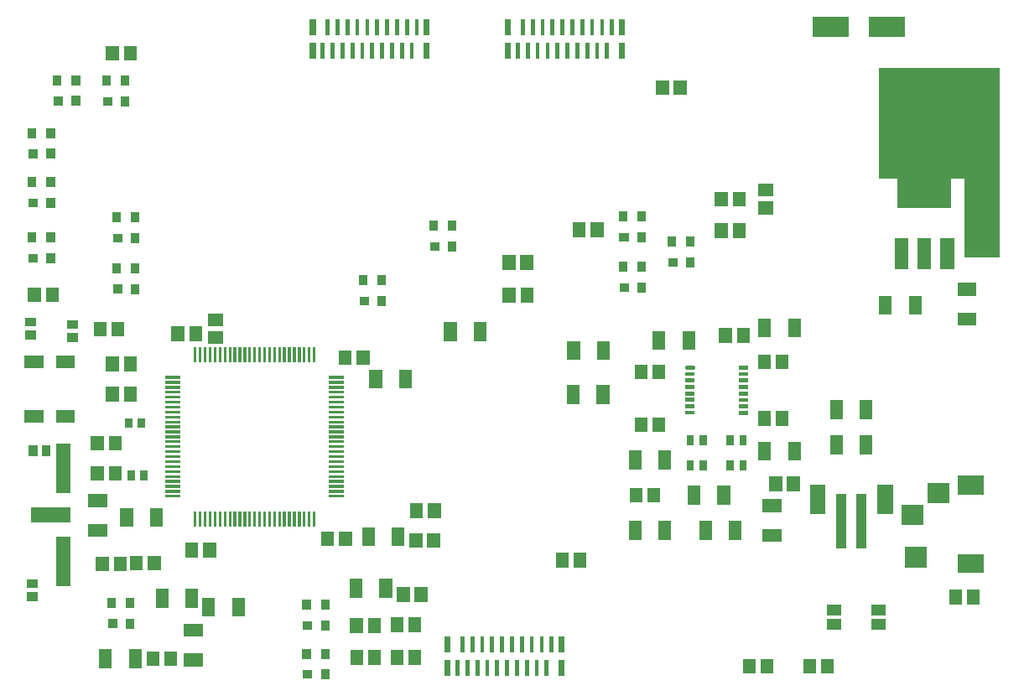
<source format=gbr>
G04 start of page 13 for group -4015 idx -4015 *
G04 Title: (unknown), toppaste *
G04 Creator: pcb 20110918 *
G04 CreationDate: Fri Feb 21 23:26:39 2014 UTC *
G04 For: fosse *
G04 Format: Gerber/RS-274X *
G04 PCB-Dimensions: 550000 350000 *
G04 PCB-Coordinate-Origin: lower left *
%MOIN*%
%FSLAX25Y25*%
%LNTOPPASTE*%
%ADD246R,0.4400X0.4400*%
%ADD245R,0.1400X0.1400*%
%ADD244R,0.0748X0.0748*%
%ADD243R,0.0827X0.0827*%
%ADD242R,0.1220X0.1220*%
%ADD241R,0.0560X0.0560*%
%ADD240R,0.0394X0.0394*%
%ADD239R,0.0630X0.0630*%
%ADD238R,0.0807X0.0807*%
%ADD237R,0.0433X0.0433*%
%ADD236R,0.0433X0.0433*%
%ADD235R,0.0236X0.0236*%
%ADD234R,0.0157X0.0157*%
%ADD233R,0.0158X0.0158*%
%ADD232R,0.0110X0.0110*%
%ADD231R,0.0591X0.0591*%
%ADD230R,0.0590X0.0590*%
%ADD229R,0.0345X0.0345*%
%ADD228R,0.0340X0.0340*%
%ADD227R,0.0295X0.0295*%
%ADD226R,0.0160X0.0160*%
%ADD225C,0.0160*%
%ADD224R,0.0512X0.0512*%
G54D224*X180190Y65181D02*Y62819D01*
X192000Y65181D02*Y62819D01*
X198957Y61893D02*Y61107D01*
X206043Y61893D02*Y61107D01*
X203957Y83393D02*Y82607D01*
X211043Y83393D02*Y82607D01*
X360457Y33393D02*Y32607D01*
X367543Y33393D02*Y32607D01*
X336457Y33393D02*Y32607D01*
X343543Y33393D02*Y32607D01*
X204257Y95193D02*Y94407D01*
X211343Y95193D02*Y94407D01*
X262157Y75493D02*Y74707D01*
X269243Y75493D02*Y74707D01*
X217690Y167181D02*Y164819D01*
X229500Y167181D02*Y164819D01*
X266690Y159681D02*Y157319D01*
X278500Y159681D02*Y157319D01*
X266500Y142181D02*Y139819D01*
X278310Y142181D02*Y139819D01*
X344319Y96905D02*X346681D01*
X344319Y85095D02*X346681D01*
X291095Y88181D02*Y85819D01*
X302905Y88181D02*Y85819D01*
X319095Y88181D02*Y85819D01*
X330905Y88181D02*Y85819D01*
X314500Y102181D02*Y99819D01*
X326310Y102181D02*Y99819D01*
X291457Y101393D02*Y100607D01*
X298543Y101393D02*Y100607D01*
X300595Y163681D02*Y161319D01*
X312405Y163681D02*Y161319D01*
X293457Y129393D02*Y128607D01*
X300543Y129393D02*Y128607D01*
G54D225*X311800Y151800D02*X314000D01*
G54D226*X311800Y149200D02*X314000D01*
X311800Y146700D02*X314000D01*
X311800Y144100D02*X314000D01*
X311800Y141500D02*X314000D01*
X311800Y139000D02*X314000D01*
X311800Y136400D02*X314000D01*
X311800Y133900D02*X314000D01*
X333000Y133800D02*X335200D01*
X333000Y136400D02*X335200D01*
X333000Y138900D02*X335200D01*
X333000Y141500D02*X335200D01*
X333000Y144100D02*X335200D01*
X333000Y146600D02*X335200D01*
X333000Y149200D02*X335200D01*
X333000Y151700D02*X335200D01*
G54D224*X293457Y150393D02*Y149607D01*
X300543Y150393D02*Y149607D01*
X342457Y131893D02*Y131107D01*
X349543Y131893D02*Y131107D01*
X342595Y119681D02*Y117319D01*
X354405Y119681D02*Y117319D01*
X327000Y164893D02*Y164107D01*
X334086Y164893D02*Y164107D01*
X342500Y154393D02*Y153607D01*
X349586Y154393D02*Y153607D01*
X342595Y168681D02*Y166319D01*
X354405Y168681D02*Y166319D01*
X291095Y116181D02*Y113819D01*
X302905Y116181D02*Y113819D01*
G54D227*X313000Y123492D02*Y122508D01*
X318118Y123492D02*Y122508D01*
X328882Y123492D02*Y122508D01*
X334000Y123492D02*Y122508D01*
X313000Y113492D02*Y112508D01*
X318118Y113492D02*Y112508D01*
X328882Y113492D02*Y112508D01*
X334000Y113492D02*Y112508D01*
G54D224*X346957Y105893D02*Y105107D01*
X354043Y105893D02*Y105107D01*
X241000Y180893D02*Y180107D01*
X248086Y180893D02*Y180107D01*
X240957Y193893D02*Y193107D01*
X248043Y193893D02*Y193107D01*
X114319Y47405D02*X116681D01*
X114319Y35595D02*X116681D01*
X121595Y57681D02*Y55319D01*
X133405Y57681D02*Y55319D01*
X103095Y61181D02*Y58819D01*
X114905Y61181D02*Y58819D01*
X80595Y37181D02*Y34819D01*
X92405Y37181D02*Y34819D01*
X99457Y36393D02*Y35607D01*
X106543Y36393D02*Y35607D01*
X76319Y98905D02*X78681D01*
X76319Y87095D02*X78681D01*
X301957Y263393D02*Y262607D01*
X309043Y263393D02*Y262607D01*
X180457Y36893D02*Y36107D01*
X187543Y36893D02*Y36107D01*
G54D228*X183300Y178300D02*X183600D01*
X190400Y178600D02*Y178000D01*
Y186800D02*Y186200D01*
X183000Y186800D02*Y186200D01*
X286590Y183590D02*X286890D01*
X293690Y183890D02*Y183290D01*
Y192090D02*Y191490D01*
X286290Y192090D02*Y191490D01*
X306040Y193590D02*X306340D01*
X313140Y193890D02*Y193290D01*
Y202090D02*Y201490D01*
X305740Y202090D02*Y201490D01*
X286540Y203590D02*X286840D01*
X293640Y203890D02*Y203290D01*
Y212090D02*Y211490D01*
X286240Y212090D02*Y211490D01*
X83260Y50028D02*X83560D01*
X90360Y50328D02*Y49728D01*
Y58528D02*Y57928D01*
X82960Y58528D02*Y57928D01*
X160800Y29800D02*X161100D01*
X167900Y30100D02*Y29500D01*
Y38300D02*Y37700D01*
X160500Y38300D02*Y37700D01*
X160800Y49300D02*X161100D01*
X167900Y49600D02*Y49000D01*
Y57800D02*Y57200D01*
X160500Y57800D02*Y57200D01*
X211300Y200000D02*X211600D01*
X218400Y200300D02*Y199700D01*
Y208500D02*Y207900D01*
X211000Y208500D02*Y207900D01*
X85310Y183040D02*X85610D01*
X92410Y183340D02*Y182740D01*
Y191540D02*Y190940D01*
X85010Y191540D02*Y190940D01*
X85310Y203240D02*X85610D01*
X92410Y203540D02*Y202940D01*
Y211740D02*Y211140D01*
X85010Y211740D02*Y211140D01*
G54D224*X268914Y206893D02*Y206107D01*
X276000Y206893D02*Y206107D01*
X325367Y219133D02*Y218347D01*
X332453Y219133D02*Y218347D01*
X325367Y206633D02*Y205847D01*
X332453Y206633D02*Y205847D01*
G54D228*X51760Y217240D02*X52060D01*
X58860Y217540D02*Y216940D01*
Y225740D02*Y225140D01*
X51460Y225740D02*Y225140D01*
X51760Y195240D02*X52060D01*
X58860Y195540D02*Y194940D01*
Y203740D02*Y203140D01*
X51460Y203740D02*Y203140D01*
X51760Y236740D02*X52060D01*
X58860Y237040D02*Y236440D01*
Y245240D02*Y244640D01*
X51460Y245240D02*Y244640D01*
X81310Y257540D02*X81610D01*
X88410Y257840D02*Y257240D01*
Y266040D02*Y265440D01*
X81010Y266040D02*Y265440D01*
X61760Y257740D02*X62060D01*
X68860Y258040D02*Y257440D01*
Y266240D02*Y265640D01*
X61460Y266240D02*Y265640D01*
G54D224*X342517Y222283D02*X343303D01*
X342517Y215197D02*X343303D01*
X83324Y277133D02*Y276347D01*
X90410Y277133D02*Y276347D01*
X52324Y181133D02*Y180347D01*
X59410Y181133D02*Y180347D01*
X124017Y170783D02*X124803D01*
X124017Y163697D02*X124803D01*
G54D229*X50918Y65799D02*X51902D01*
X50918Y60681D02*X51902D01*
G54D224*X63528Y132413D02*X65890D01*
X50929D02*X53291D01*
X63528Y154067D02*X65890D01*
X50929D02*X53291D01*
G54D229*X66918Y168799D02*X67902D01*
X66918Y163681D02*X67902D01*
X50418Y169799D02*X51402D01*
X50418Y164681D02*X51402D01*
G54D224*X77367Y122133D02*Y121347D01*
X84453Y122133D02*Y121347D01*
X77367Y110133D02*Y109347D01*
X84453Y110133D02*Y109347D01*
G54D229*X51851Y119232D02*Y118248D01*
X56969Y119232D02*Y118248D01*
G54D230*X63831Y118633D02*Y104853D01*
Y81626D02*Y67846D01*
G54D231*X53988Y93240D02*X63831D01*
G54D224*X83367Y141633D02*Y140847D01*
X90453Y141633D02*Y140847D01*
X83367Y153633D02*Y152847D01*
X90453Y153633D02*Y152847D01*
X89005Y93421D02*Y91059D01*
X100815Y93421D02*Y91059D01*
G54D227*X89851Y130232D02*Y129248D01*
X94969Y130232D02*Y129248D01*
X90851Y109291D02*Y108307D01*
X95969Y109291D02*Y108307D01*
G54D224*X79367Y74133D02*Y73347D01*
X86453Y74133D02*Y73347D01*
X188005Y148421D02*Y146059D01*
X199815Y148421D02*Y146059D01*
X109367Y165633D02*Y164847D01*
X116453Y165633D02*Y164847D01*
X175867Y156133D02*Y155347D01*
X182953Y156133D02*Y155347D01*
X168867Y84133D02*Y83347D01*
X175953Y84133D02*Y83347D01*
X114910Y79633D02*Y78847D01*
X121996Y79633D02*Y78847D01*
X185095Y85681D02*Y83319D01*
X196905Y85681D02*Y83319D01*
G54D232*X104902Y147862D02*X109800D01*
X104902Y145894D02*X109800D01*
X104902Y143925D02*X109800D01*
X104902Y141957D02*X109800D01*
X104902Y139988D02*X109800D01*
X104902Y138020D02*X109800D01*
X104902Y136051D02*X109800D01*
X104902Y134083D02*X109800D01*
X104902Y132114D02*X109800D01*
X104902Y130146D02*X109800D01*
X104902Y128177D02*X109800D01*
X104902Y126209D02*X109800D01*
X104902Y124240D02*X109800D01*
X104902Y122272D02*X109800D01*
X104902Y120303D02*X109800D01*
X104902Y118335D02*X109800D01*
X104902Y116366D02*X109800D01*
X104902Y114398D02*X109800D01*
X104902Y112429D02*X109800D01*
X104902Y110461D02*X109800D01*
X104902Y108492D02*X109800D01*
X104902Y106524D02*X109800D01*
X104902Y104555D02*X109800D01*
X104902Y102587D02*X109800D01*
X104902Y100618D02*X109800D01*
X116288Y94130D02*Y89232D01*
X118256Y94130D02*Y89232D01*
X120225Y94130D02*Y89232D01*
X122193Y94130D02*Y89232D01*
X124162Y94130D02*Y89232D01*
X126130Y94130D02*Y89232D01*
X128099Y94130D02*Y89232D01*
X130067Y94130D02*Y89232D01*
X132036Y94130D02*Y89232D01*
X134004Y94130D02*Y89232D01*
X135973Y94130D02*Y89232D01*
X137941Y94130D02*Y89232D01*
X139910Y94130D02*Y89232D01*
X141878Y94130D02*Y89232D01*
X143847Y94130D02*Y89232D01*
X145815Y94130D02*Y89232D01*
X147784Y94130D02*Y89232D01*
X149752Y94130D02*Y89232D01*
X151721Y94130D02*Y89232D01*
X153689Y94130D02*Y89232D01*
X155658Y94130D02*Y89232D01*
X157626Y94130D02*Y89232D01*
X159595Y94130D02*Y89232D01*
X161563Y94130D02*Y89232D01*
X163532Y94130D02*Y89232D01*
X170020Y100618D02*X174918D01*
X170020Y102586D02*X174918D01*
X170020Y104555D02*X174918D01*
X170020Y106523D02*X174918D01*
X170020Y108492D02*X174918D01*
X170020Y110460D02*X174918D01*
X170020Y112429D02*X174918D01*
X170020Y114397D02*X174918D01*
X170020Y116366D02*X174918D01*
X170020Y118334D02*X174918D01*
X170020Y120303D02*X174918D01*
X170020Y122271D02*X174918D01*
X170020Y124240D02*X174918D01*
X170020Y126208D02*X174918D01*
X170020Y128177D02*X174918D01*
X170020Y130145D02*X174918D01*
X170020Y132114D02*X174918D01*
X170020Y134082D02*X174918D01*
X170020Y136051D02*X174918D01*
X170020Y138019D02*X174918D01*
X170020Y139988D02*X174918D01*
X170020Y141956D02*X174918D01*
X170020Y143925D02*X174918D01*
X170020Y145893D02*X174918D01*
X170020Y147862D02*X174918D01*
X163532Y159248D02*Y154350D01*
X161564Y159248D02*Y154350D01*
X159595Y159248D02*Y154350D01*
X157627Y159248D02*Y154350D01*
X155658Y159248D02*Y154350D01*
X153690Y159248D02*Y154350D01*
X151721Y159248D02*Y154350D01*
X149753Y159248D02*Y154350D01*
X147784Y159248D02*Y154350D01*
X145816Y159248D02*Y154350D01*
X143847Y159248D02*Y154350D01*
X141879Y159248D02*Y154350D01*
X139910Y159248D02*Y154350D01*
X137942Y159248D02*Y154350D01*
X135973Y159248D02*Y154350D01*
X134005Y159248D02*Y154350D01*
X132036Y159248D02*Y154350D01*
X130068Y159248D02*Y154350D01*
X128099Y159248D02*Y154350D01*
X126131Y159248D02*Y154350D01*
X124162Y159248D02*Y154350D01*
X122194Y159248D02*Y154350D01*
X120225Y159248D02*Y154350D01*
X118257Y159248D02*Y154350D01*
X116288Y159248D02*Y154350D01*
G54D224*X180367Y49633D02*Y48847D01*
X187453Y49633D02*Y48847D01*
X196457Y49893D02*Y49107D01*
X203543Y49893D02*Y49107D01*
X196457Y36893D02*Y36107D01*
X203543Y36893D02*Y36107D01*
X78457Y167393D02*Y166607D01*
X85543Y167393D02*Y166607D01*
X92914Y74393D02*Y73607D01*
X100000Y74393D02*Y73607D01*
G54D233*X255945Y34608D02*Y29884D01*
X252008Y34608D02*Y29884D01*
X248071Y34608D02*Y29884D01*
X244134Y34608D02*Y29884D01*
X240197Y34608D02*Y29884D01*
X236260Y34608D02*Y29884D01*
X232323Y34608D02*Y29884D01*
X228386Y34608D02*Y29884D01*
X224449Y34608D02*Y29884D01*
X220512Y34608D02*Y29884D01*
G54D234*X257913Y44058D02*Y39333D01*
X253976Y44058D02*Y39333D01*
X250039Y44058D02*Y39333D01*
X246102Y44058D02*Y39333D01*
X242165Y44058D02*Y39333D01*
G54D233*X238228Y44057D02*Y39333D01*
X234291Y44057D02*Y39333D01*
X230354Y44057D02*Y39333D01*
X226417Y44057D02*Y39333D01*
X222480Y44057D02*Y39333D01*
G54D235*X216574Y34215D02*Y30278D01*
Y43664D02*Y39727D01*
X261850Y34215D02*Y30278D01*
Y43664D02*Y39727D01*
G54D233*X279943Y279992D02*Y275268D01*
X276006Y279992D02*Y275268D01*
X272069Y279992D02*Y275268D01*
X268132Y279992D02*Y275268D01*
X264195Y279992D02*Y275268D01*
X260258Y279992D02*Y275268D01*
X256321Y279992D02*Y275268D01*
X252384Y279992D02*Y275268D01*
X248447Y279992D02*Y275268D01*
X244510Y279992D02*Y275268D01*
G54D234*X281911Y289442D02*Y284717D01*
X277974Y289442D02*Y284717D01*
X274037Y289442D02*Y284717D01*
X270100Y289442D02*Y284717D01*
X266163Y289442D02*Y284717D01*
G54D233*X262226Y289441D02*Y284717D01*
X258289Y289441D02*Y284717D01*
X254352Y289441D02*Y284717D01*
X250415Y289441D02*Y284717D01*
X246478Y289441D02*Y284717D01*
G54D235*X240572Y279599D02*Y275662D01*
Y289048D02*Y285111D01*
X285848Y279599D02*Y275662D01*
Y289048D02*Y285111D01*
G54D233*X202373Y280002D02*Y275278D01*
X198436Y280002D02*Y275278D01*
X194499Y280002D02*Y275278D01*
X190562Y280002D02*Y275278D01*
X186625Y280002D02*Y275278D01*
X182688Y280002D02*Y275278D01*
X178751Y280002D02*Y275278D01*
X174814Y280002D02*Y275278D01*
X170877Y280002D02*Y275278D01*
X166940Y280002D02*Y275278D01*
G54D234*X204341Y289452D02*Y284727D01*
X200404Y289452D02*Y284727D01*
X196467Y289452D02*Y284727D01*
X192530Y289452D02*Y284727D01*
X188593Y289452D02*Y284727D01*
G54D233*X184656Y289451D02*Y284727D01*
X180719Y289451D02*Y284727D01*
X176782Y289451D02*Y284727D01*
X172845Y289451D02*Y284727D01*
X168908Y289451D02*Y284727D01*
G54D235*X163002Y279609D02*Y275672D01*
Y289058D02*Y285121D01*
X208278Y279609D02*Y275672D01*
Y289058D02*Y285121D01*
G54D236*X387070Y49548D02*X388646D01*
G54D237*X387070Y55453D02*X388646D01*
G54D236*X369354Y49548D02*X370928D01*
G54D237*X369354Y55453D02*X370929D01*
G54D238*X365600Y287250D02*X371899D01*
X388100D02*X394399D01*
G54D239*X363678Y102184D02*Y96672D01*
G54D240*X381002Y99428D02*Y81712D01*
X373128Y99428D02*Y81712D01*
G54D239*X390450Y102184D02*Y96672D01*
G54D241*X397000Y200300D02*Y193700D01*
X406000Y200300D02*Y193700D01*
X415100Y200300D02*Y193700D01*
G54D242*X401500Y221400D02*X410500D01*
G54D224*X421819Y182905D02*X424181D01*
X421819Y171095D02*X424181D01*
X390595Y177681D02*Y175319D01*
X402405Y177681D02*Y175319D01*
X371095Y136181D02*Y133819D01*
X382905Y136181D02*Y133819D01*
X371095Y122181D02*Y119819D01*
X382905Y122181D02*Y119819D01*
G54D243*X402571Y76311D02*X402965D01*
G54D244*X423043Y73949D02*X425799D01*
G54D243*X400996Y93240D02*X401390D01*
G54D244*X423043Y105051D02*X425799D01*
G54D243*X411626Y101902D02*X412020D01*
G54D224*X418457Y60893D02*Y60107D01*
X425543Y60893D02*Y60107D01*
G54D245*X429000Y224500D02*Y202500D01*
G54D246*X410000Y249000D02*X414000D01*
M02*

</source>
